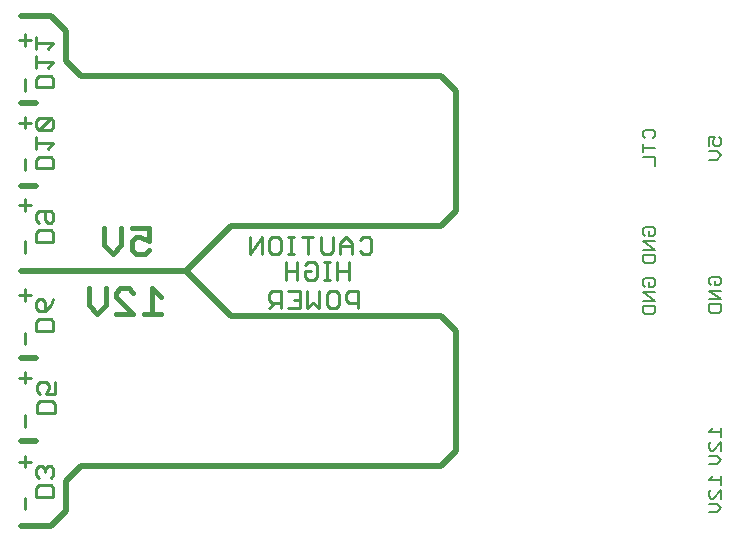
<source format=gbr>
G04 EAGLE Gerber RS-274X export*
G75*
%MOMM*%
%FSLAX34Y34*%
%LPD*%
%INSilkscreen Bottom*%
%IPPOS*%
%AMOC8*
5,1,8,0,0,1.08239X$1,22.5*%
G01*
%ADD10C,0.508000*%
%ADD11C,0.203200*%
%ADD12C,0.279400*%
%ADD13C,0.381000*%


D10*
X101600Y266700D02*
X241300Y266700D01*
X279400Y304800D01*
X241300Y266700D02*
X279400Y228600D01*
X469900Y215900D02*
X469900Y114300D01*
X457200Y304800D02*
X279400Y304800D01*
X457200Y304800D02*
X469900Y317500D01*
X469900Y419100D01*
X457200Y431800D01*
X469900Y114300D02*
X457200Y101600D01*
X127000Y50800D02*
X101600Y50800D01*
X101600Y482600D02*
X127000Y482600D01*
X152400Y431800D02*
X457200Y431800D01*
X152400Y431800D02*
X139700Y444500D01*
X139700Y469900D01*
X127000Y482600D01*
X152400Y101600D02*
X457200Y101600D01*
X152400Y101600D02*
X139700Y88900D01*
X139700Y63500D01*
X127000Y50800D01*
X114300Y408940D02*
X101600Y408940D01*
X101600Y339090D02*
X114300Y339090D01*
X114300Y193040D02*
X101600Y193040D01*
X101600Y123190D02*
X114300Y123190D01*
X279400Y228600D02*
X457200Y228600D01*
X469900Y215900D01*
D11*
X684267Y372866D02*
X684267Y379984D01*
X689605Y379984D01*
X687826Y376425D01*
X687826Y374645D01*
X689605Y372866D01*
X693165Y372866D01*
X694944Y374645D01*
X694944Y378205D01*
X693165Y379984D01*
X691385Y368290D02*
X684267Y368290D01*
X691385Y368290D02*
X694944Y364731D01*
X691385Y361172D01*
X684267Y361172D01*
X630166Y379216D02*
X628387Y380995D01*
X628387Y384555D01*
X630166Y386334D01*
X637285Y386334D01*
X639064Y384555D01*
X639064Y380995D01*
X637285Y379216D01*
X639064Y371081D02*
X628387Y371081D01*
X628387Y374640D02*
X628387Y367522D01*
X628387Y362946D02*
X639064Y362946D01*
X639064Y355828D01*
X628387Y298445D02*
X630166Y296666D01*
X628387Y298445D02*
X628387Y302005D01*
X630166Y303784D01*
X637285Y303784D01*
X639064Y302005D01*
X639064Y298445D01*
X637285Y296666D01*
X633725Y296666D01*
X633725Y300225D01*
X628387Y292090D02*
X639064Y292090D01*
X639064Y284972D02*
X628387Y292090D01*
X628387Y284972D02*
X639064Y284972D01*
X639064Y280396D02*
X628387Y280396D01*
X639064Y280396D02*
X639064Y275058D01*
X637285Y273278D01*
X630166Y273278D01*
X628387Y275058D01*
X628387Y280396D01*
X628387Y255265D02*
X630166Y253486D01*
X628387Y255265D02*
X628387Y258825D01*
X630166Y260604D01*
X637285Y260604D01*
X639064Y258825D01*
X639064Y255265D01*
X637285Y253486D01*
X633725Y253486D01*
X633725Y257045D01*
X628387Y248910D02*
X639064Y248910D01*
X639064Y241792D02*
X628387Y248910D01*
X628387Y241792D02*
X639064Y241792D01*
X639064Y237216D02*
X628387Y237216D01*
X639064Y237216D02*
X639064Y231878D01*
X637285Y230098D01*
X630166Y230098D01*
X628387Y231878D01*
X628387Y237216D01*
X684267Y256535D02*
X686046Y254756D01*
X684267Y256535D02*
X684267Y260095D01*
X686046Y261874D01*
X693165Y261874D01*
X694944Y260095D01*
X694944Y256535D01*
X693165Y254756D01*
X689605Y254756D01*
X689605Y258315D01*
X684267Y250180D02*
X694944Y250180D01*
X694944Y243062D02*
X684267Y250180D01*
X684267Y243062D02*
X694944Y243062D01*
X694944Y238486D02*
X684267Y238486D01*
X694944Y238486D02*
X694944Y233148D01*
X693165Y231368D01*
X686046Y231368D01*
X684267Y233148D01*
X684267Y238486D01*
X687826Y133604D02*
X684267Y130045D01*
X694944Y130045D01*
X694944Y133604D02*
X694944Y126486D01*
X694944Y121910D02*
X694944Y114792D01*
X694944Y121910D02*
X687826Y114792D01*
X686046Y114792D01*
X684267Y116571D01*
X684267Y120131D01*
X686046Y121910D01*
X684267Y110216D02*
X691385Y110216D01*
X694944Y106657D01*
X691385Y103098D01*
X684267Y103098D01*
X687826Y92964D02*
X684267Y89405D01*
X694944Y89405D01*
X694944Y92964D02*
X694944Y85846D01*
X694944Y81270D02*
X694944Y74152D01*
X694944Y81270D02*
X687826Y74152D01*
X686046Y74152D01*
X684267Y75931D01*
X684267Y79491D01*
X686046Y81270D01*
X684267Y69576D02*
X691385Y69576D01*
X694944Y66017D01*
X691385Y62458D01*
X684267Y62458D01*
D12*
X129426Y75334D02*
X114427Y75334D01*
X114427Y82833D01*
X116927Y85333D01*
X126926Y85333D01*
X129426Y82833D01*
X129426Y75334D01*
X126926Y91705D02*
X129426Y94205D01*
X129426Y99205D01*
X126926Y101705D01*
X124426Y101705D01*
X121926Y99205D01*
X121926Y96705D01*
X121926Y99205D02*
X119427Y101705D01*
X116927Y101705D01*
X114427Y99205D01*
X114427Y94205D01*
X116927Y91705D01*
X115697Y146454D02*
X130696Y146454D01*
X115697Y146454D02*
X115697Y153953D01*
X118197Y156453D01*
X128196Y156453D01*
X130696Y153953D01*
X130696Y146454D01*
X130696Y162825D02*
X130696Y172825D01*
X130696Y162825D02*
X123196Y162825D01*
X125696Y167825D01*
X125696Y170325D01*
X123196Y172825D01*
X118197Y172825D01*
X115697Y170325D01*
X115697Y165325D01*
X118197Y162825D01*
X114427Y216304D02*
X129426Y216304D01*
X114427Y216304D02*
X114427Y223803D01*
X116927Y226303D01*
X126926Y226303D01*
X129426Y223803D01*
X129426Y216304D01*
X126926Y237675D02*
X129426Y242675D01*
X126926Y237675D02*
X121926Y232675D01*
X116927Y232675D01*
X114427Y235175D01*
X114427Y240175D01*
X116927Y242675D01*
X119427Y242675D01*
X121926Y240175D01*
X121926Y232675D01*
X129426Y291234D02*
X114427Y291234D01*
X114427Y298733D01*
X116927Y301233D01*
X126926Y301233D01*
X129426Y298733D01*
X129426Y291234D01*
X116927Y307605D02*
X114427Y310105D01*
X114427Y315105D01*
X116927Y317605D01*
X126926Y317605D01*
X129426Y315105D01*
X129426Y310105D01*
X126926Y307605D01*
X124426Y307605D01*
X121926Y310105D01*
X121926Y317605D01*
X114427Y353602D02*
X129426Y353602D01*
X114427Y353602D02*
X114427Y361102D01*
X116927Y363601D01*
X126926Y363601D01*
X129426Y361102D01*
X129426Y353602D01*
X124426Y369974D02*
X129426Y374973D01*
X114427Y374973D01*
X114427Y369974D02*
X114427Y379973D01*
X116927Y386345D02*
X126926Y386345D01*
X129426Y388845D01*
X129426Y393845D01*
X126926Y396345D01*
X116927Y396345D01*
X114427Y393845D01*
X114427Y388845D01*
X116927Y386345D01*
X126926Y396345D01*
X129426Y422182D02*
X114427Y422182D01*
X114427Y429682D01*
X116927Y432181D01*
X126926Y432181D01*
X129426Y429682D01*
X129426Y422182D01*
X124426Y438554D02*
X129426Y443553D01*
X114427Y443553D01*
X114427Y438554D02*
X114427Y448553D01*
X124426Y454925D02*
X129426Y459925D01*
X114427Y459925D01*
X114427Y454925D02*
X114427Y464925D01*
X110456Y462286D02*
X100457Y462286D01*
X105457Y457287D02*
X105457Y467286D01*
X105404Y429226D02*
X105404Y419227D01*
X100457Y392436D02*
X110456Y392436D01*
X105457Y387437D02*
X105457Y397436D01*
X105404Y361916D02*
X105404Y351917D01*
X100457Y322586D02*
X110456Y322586D01*
X105457Y317587D02*
X105457Y327586D01*
X105404Y292066D02*
X105404Y282067D01*
X100457Y246386D02*
X110456Y246386D01*
X105457Y241387D02*
X105457Y251386D01*
X105404Y214596D02*
X105404Y204597D01*
X100457Y176536D02*
X110456Y176536D01*
X105457Y171537D02*
X105457Y181536D01*
X105404Y144746D02*
X105404Y134747D01*
X100457Y105416D02*
X110456Y105416D01*
X105457Y100417D02*
X105457Y110416D01*
X105404Y74896D02*
X105404Y64897D01*
X388654Y293296D02*
X391154Y295796D01*
X396153Y295796D01*
X398653Y293296D01*
X398653Y283297D01*
X396153Y280797D01*
X391154Y280797D01*
X388654Y283297D01*
X382281Y280797D02*
X382281Y290796D01*
X377282Y295796D01*
X372282Y290796D01*
X372282Y280797D01*
X372282Y288296D02*
X382281Y288296D01*
X365910Y283297D02*
X365910Y295796D01*
X365910Y283297D02*
X363410Y280797D01*
X358410Y280797D01*
X355911Y283297D01*
X355911Y295796D01*
X344539Y295796D02*
X344539Y280797D01*
X349538Y295796D02*
X339539Y295796D01*
X333167Y280797D02*
X328167Y280797D01*
X330667Y280797D02*
X330667Y295796D01*
X333167Y295796D02*
X328167Y295796D01*
X319753Y295796D02*
X314753Y295796D01*
X319753Y295796D02*
X322252Y293296D01*
X322252Y283297D01*
X319753Y280797D01*
X314753Y280797D01*
X312253Y283297D01*
X312253Y293296D01*
X314753Y295796D01*
X305881Y295796D02*
X305881Y280797D01*
X295882Y280797D02*
X305881Y295796D01*
X295882Y295796D02*
X295882Y280797D01*
X379603Y274206D02*
X379603Y259207D01*
X379603Y266706D02*
X369604Y266706D01*
X369604Y259207D02*
X369604Y274206D01*
X363231Y259207D02*
X358232Y259207D01*
X360732Y259207D02*
X360732Y274206D01*
X363231Y274206D02*
X358232Y274206D01*
X344818Y274206D02*
X342318Y271706D01*
X344818Y274206D02*
X349817Y274206D01*
X352317Y271706D01*
X352317Y261707D01*
X349817Y259207D01*
X344818Y259207D01*
X342318Y261707D01*
X342318Y266706D01*
X347317Y266706D01*
X335946Y259207D02*
X335946Y274206D01*
X335946Y266706D02*
X325946Y266706D01*
X325946Y259207D02*
X325946Y274206D01*
X387223Y250076D02*
X387223Y235077D01*
X387223Y250076D02*
X379724Y250076D01*
X377224Y247576D01*
X377224Y242576D01*
X379724Y240077D01*
X387223Y240077D01*
X368352Y250076D02*
X363352Y250076D01*
X368352Y250076D02*
X370851Y247576D01*
X370851Y237577D01*
X368352Y235077D01*
X363352Y235077D01*
X360852Y237577D01*
X360852Y247576D01*
X363352Y250076D01*
X354480Y250076D02*
X354480Y235077D01*
X349480Y240077D01*
X344481Y235077D01*
X344481Y250076D01*
X338108Y250076D02*
X328109Y250076D01*
X338108Y250076D02*
X338108Y235077D01*
X328109Y235077D01*
X333109Y242576D02*
X338108Y242576D01*
X321737Y235077D02*
X321737Y250076D01*
X314237Y250076D01*
X311738Y247576D01*
X311738Y242576D01*
X314237Y240077D01*
X321737Y240077D01*
X316737Y240077D02*
X311738Y235077D01*
D13*
X210185Y302913D02*
X195779Y302913D01*
X210185Y302913D02*
X210185Y292109D01*
X202982Y295711D01*
X199381Y295711D01*
X195779Y292109D01*
X195779Y284906D01*
X199381Y281305D01*
X206584Y281305D01*
X210185Y284906D01*
X186797Y288508D02*
X186797Y302913D01*
X186797Y288508D02*
X179594Y281305D01*
X172391Y288508D01*
X172391Y302913D01*
X213142Y252113D02*
X220345Y244911D01*
X213142Y252113D02*
X213142Y230505D01*
X220345Y230505D02*
X205939Y230505D01*
X196957Y230505D02*
X182551Y230505D01*
X196957Y230505D02*
X182551Y244911D01*
X182551Y248512D01*
X186153Y252113D01*
X193356Y252113D01*
X196957Y248512D01*
X173569Y252113D02*
X173569Y237708D01*
X166366Y230505D01*
X159163Y237708D01*
X159163Y252113D01*
M02*

</source>
